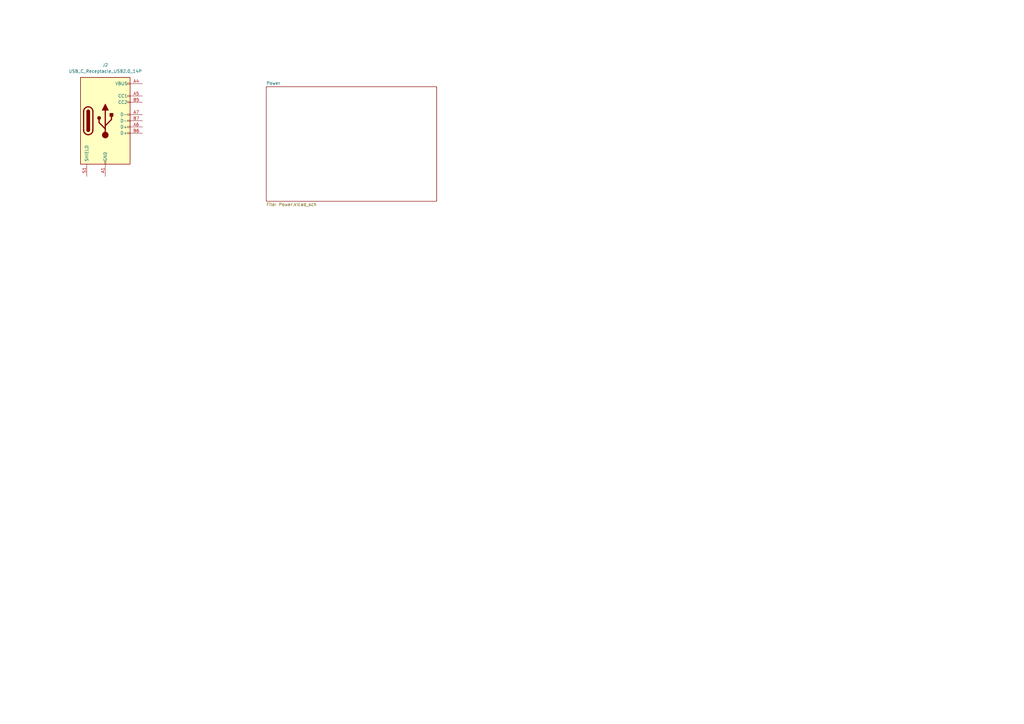
<source format=kicad_sch>
(kicad_sch (version 20231120) (generator "eeschema") (generator_version "8.0")
  (paper "A3")
  (lib_symbols
    (symbol "Connector:USB_C_Receptacle_USB2.0_14P" (pin_names (offset 1.016))
      (property "Reference" "J" (at 0 22.225 0))
      (property "Value" "USB_C_Receptacle_USB2.0_14P" (at 0 19.685 0))
      (symbol "USB_C_Receptacle_USB2.0_14P_0_0"
        (rectangle (start -0.254 -17.78) (end 0.254 -16.764))
        (rectangle (start 10.16 -4.826) (end 9.144 -5.334))
        (rectangle (start 10.16 -2.286) (end 9.144 -2.794))
        (rectangle (start 10.16 0.254) (end 9.144 -0.254))
        (rectangle (start 10.16 2.794) (end 9.144 2.286))
        (rectangle (start 10.16 7.874) (end 9.144 7.366))
        (rectangle (start 10.16 10.414) (end 9.144 9.906))
        (rectangle (start 10.16 15.494) (end 9.144 14.986))
      )
      (symbol "USB_C_Receptacle_USB2.0_14P_0_1"
        (rectangle (start -10.16 17.78) (end 10.16 -17.78) (stroke (width 0.254)) (fill (type background)))
        (arc (start -8.89 -3.81) (mid -6.985 -5.7067) (end -5.08 -3.81) (stroke (width 0.508)))
        (arc (start -7.62 -3.81) (mid -6.985 -4.4423) (end -6.35 -3.81) (stroke (width 0.254)))
        (arc (start -7.62 -3.81) (mid -6.985 -4.4423) (end -6.35 -3.81) (stroke (width 0.254)) (fill (type outline)))
        (rectangle (start -7.62 -3.81) (end -6.35 3.81) (stroke (width 0.254)) (fill (type outline)))
        (arc (start -6.35 3.81) (mid -6.985 4.4423) (end -7.62 3.81) (stroke (width 0.254)))
        (arc (start -6.35 3.81) (mid -6.985 4.4423) (end -7.62 3.81) (stroke (width 0.254)) (fill (type outline)))
        (arc (start -5.08 3.81) (mid -6.985 5.7067) (end -8.89 3.81) (stroke (width 0.508)))
        (circle (center -2.54 1.143) (radius 0.635) (stroke (width 0.254)) (fill (type outline)))
        (circle (center 0 -5.842) (radius 1.27) (fill (type outline)))
        (polyline (pts (xy -8.89 -3.81) (xy -8.89 3.81)) (stroke (width 0.508)))
        (polyline (pts (xy -5.08 3.81) (xy -5.08 -3.81)) (stroke (width 0.508)))
        (polyline (pts (xy 0 -5.842) (xy 0 4.318)) (stroke (width 0.508)))
        (polyline (pts (xy 0 -3.302) (xy -2.54 -0.762) (xy -2.54 0.508)) (stroke (width 0.508)))
        (polyline (pts (xy 0 -2.032) (xy 2.54 0.508) (xy 2.54 1.778)) (stroke (width 0.508)))
        (polyline (pts (xy -1.27 4.318) (xy 0 6.858) (xy 1.27 4.318) (xy -1.27 4.318)) (stroke (width 0.254)) (fill (type outline)))
        (rectangle (start 1.905 1.778) (end 3.175 3.048) (stroke (width 0.254)) (fill (type outline)))
      )
      (symbol "USB_C_Receptacle_USB2.0_14P_1_1"
        (pin passive line (at 0 -22.86 90) (length 5.08) (name "GND") (number "A1"))
        (pin passive line (at 0 -22.86 90) (length 5.08) hide (name "GND") (number "A12"))
        (pin passive line (at 15.24 15.24 180) (length 5.08) (name "VBUS") (number "A4"))
        (pin bidirectional line (at 15.24 10.16 180) (length 5.08) (name "CC1") (number "A5"))
        (pin bidirectional line (at 15.24 -2.54 180) (length 5.08) (name "D+") (number "A6"))
        (pin bidirectional line (at 15.24 2.54 180) (length 5.08) (name "D-") (number "A7"))
        (pin passive line (at 15.24 15.24 180) (length 5.08) hide (name "VBUS") (number "A9"))
        (pin passive line (at 0 -22.86 90) (length 5.08) hide (name "GND") (number "B1"))
        (pin passive line (at 0 -22.86 90) (length 5.08) hide (name "GND") (number "B12"))
        (pin passive line (at 15.24 15.24 180) (length 5.08) hide (name "VBUS") (number "B4"))
        (pin bidirectional line (at 15.24 7.62 180) (length 5.08) (name "CC2") (number "B5"))
        (pin bidirectional line (at 15.24 -5.08 180) (length 5.08) (name "D+") (number "B6"))
        (pin bidirectional line (at 15.24 0 180) (length 5.08) (name "D-") (number "B7"))
        (pin passive line (at 15.24 15.24 180) (length 5.08) hide (name "VBUS") (number "B9"))
        (pin passive line (at -7.62 -22.86 90) (length 5.08) (name "SHIELD") (number "S1"))
      )
    )
  )
  (symbol (lib_id "Connector:USB_C_Receptacle_USB2.0_14P") (at 43.18 49.53 0) (unit 1)
    (property "Reference" "J2" (at 43.18 26.67 0))
    (property "Value" "USB_C_Receptacle_USB2.0_14P" (at 43.18 29.21 0))
    (property "Datasheet" "https://www.usb.org/sites/default/files/documents/usb_type-c.zip" (effects (hide yes)))
    (property "Description" "USB 2.0-only 14P Type-C Receptacle connector" (effects (hide yes)))
  )
  (sheet (at 109.22 35.56) (size 69.85 46.99) (stroke (width 0.1524))
    (property "Sheetname" "Power" (at 109.22 34.8484 0) (effects (justify left bottom)))
    (property "Sheetfile" "Power.kicad_sch" (at 109.22 83.1346 0) (effects (justify left top)))
  )
)
</source>
